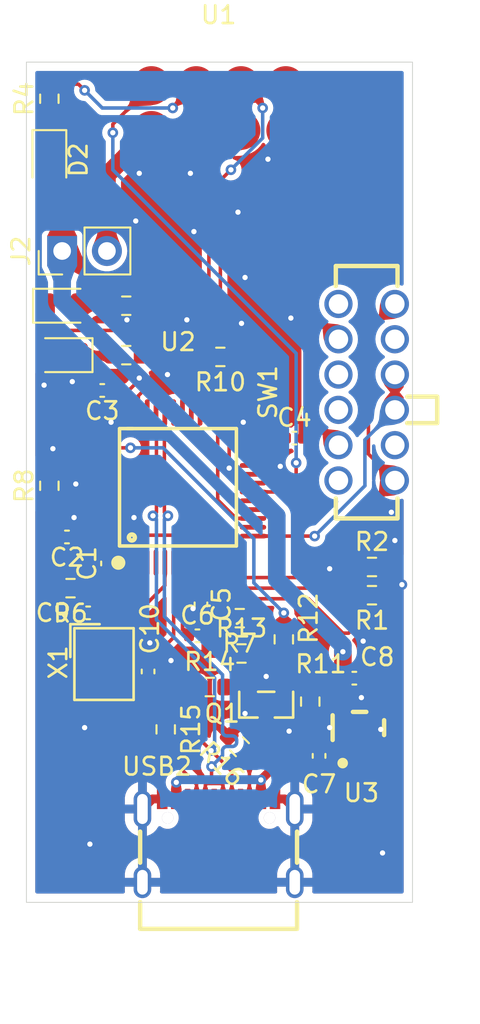
<source format=kicad_pcb>
(kicad_pcb (version 20240108) (generator "pcbnew") (generator_version "8.0")
  (layers (0 "F.Cu" signal) (31 "B.Cu" signal) (34 "B.Paste" user) (35 "F.Paste" user) (36 "B.SilkS" user "B.Silkscreen") (37 "F.SilkS" user "F.Silkscreen") (38 "B.Mask" user) (39 "F.Mask" user) (44 "Edge.Cuts" user))
  (net 0 "")
  (net 1 "GND")
  (net 2 "3V3")
  (net 3 "/RST")
  (net 4 "5V")
  (net 5 "XIN")
  (net 6 "XOT")
  (net 7 "Net-(D2-K)")
  (net 8 "LED")
  (net 9 "Net-(D3-A)")
  (net 10 "Net-(D4-K)")
  (net 11 "/DEBUG_SWDIO")
  (net 12 "/DEBUG_SWCLK")
  (net 13 "Net-(J2-Pin_2)")
  (net 14 "Net-(Q1-B)")
  (net 15 "Net-(Q1-E)")
  (net 16 "T_PWR_SWITCH")
  (net 17 "/DETECT")
  (net 18 "Net-(U2-PC13-TAMPER-RTC)")
  (net 19 "BOOT0")
  (net 20 "Net-(U2-PB12SPI2_NSSI2C2_SMBAUSART3_CKTIM1_BKIN)")
  (net 21 "T_SWDIO")
  (net 22 "RENUM")
  (net 23 "D+")
  (net 24 "Net-(USB2-CC1)")
  (net 25 "Net-(USB2-CC2)")
  (net 26 "RX")
  (net 31 "RXD")
  (net 32 "TXD")
  (net 34 "TX")
  (net 36 "T_SWCLK")
  (net 37 "/TRST")
  (net 40 "T_SWO")
  (net 49 "D-")
  (footprint "lib:USB-C-SMD_TYPE-C16PIN" (layer "F.Cu") (at 136.9 99.8)
    (property "Reference" "USB2" (at -3.5 -4.2 0) (layer "F.SilkS"))
    (property "Value" "TYPE-C16PIN")
    (pad "" thru_hole circle (at -2.89 -1.29) (size 0.65 0.65) (drill 0.65) (layers "*.Cu" "*.Mask"))
    (pad "" thru_hole circle (at 2.89 -1.29) (size 0.65 0.65) (drill 0.65) (layers "*.Cu" "*.Mask"))
    (pad "1" thru_hole oval (at -4.32 -1.79) (size 1 2.1) (drill oval 0.599999 1.700022) (layers "*.Cu" "*.Mask") (net 1 "GND"))
    (pad "2" thru_hole oval (at 4.32 -1.79) (size 1 2.1) (drill oval 0.599999 1.700022) (layers "*.Cu" "*.Mask") (net 1 "GND"))
    (pad "3" thru_hole oval (at -4.32 2.36) (size 1 1.8) (drill oval 0.599999 1.399997) (layers "*.Cu" "*.Mask") (net 1 "GND"))
    (pad "4" thru_hole oval (at 4.32 2.36) (size 1 1.8) (drill oval 0.599999 1.399997) (layers "*.Cu" "*.Mask") (net 1 "GND"))
    (pad "A1B12" smd rect (at -3.2 -2.36) (size 0.6 1.15) (layers "F.Cu" "F.Paste" "F.Mask") (net 1 "GND"))
    (pad "A4B9" smd rect (at -2.4 -2.36) (size 0.6 1.15) (layers "F.Cu" "F.Paste" "F.Mask") (net 4 "5V"))
    (pad "A5" smd rect (at -1.25 -2.36) (size 0.3 1.15) (layers "F.Cu" "F.Paste" "F.Mask") (net 24 "Net-(USB2-CC1)"))
    (pad "A6" smd rect (at -0.25 -2.36) (size 0.3 1.15) (layers "F.Cu" "F.Paste" "F.Mask") (net 23 "D+"))
    (pad "A7" smd rect (at 0.25 -2.36) (size 0.3 1.15) (layers "F.Cu" "F.Paste" "F.Mask") (net 49 "D-"))
    (pad "A8" smd rect (at 1.25 -2.36) (size 0.3 1.15) (layers "F.Cu" "F.Paste" "F.Mask"))
    (pad "B1A12" smd rect (at 3.2 -2.36) (size 0.6 1.15) (layers "F.Cu" "F.Paste" "F.Mask") (net 1 "GND"))
    (pad "B4A9" smd rect (at 2.4 -2.36) (size 0.6 1.15) (layers "F.Cu" "F.Paste" "F.Mask") (net 4 "5V"))
    (pad "B5" smd rect (at 1.75 -2.36) (size 0.3 1.15) (layers "F.Cu" "F.Paste" "F.Mask") (net 25 "Net-(USB2-CC2)"))
    (pad "B6" smd rect (at 0.75 -2.36) (size 0.3 1.15) (layers "F.Cu" "F.Paste" "F.Mask") (net 23 "D+"))
    (pad "B7" smd rect (at -0.75 -2.36) (size 0.3 1.15) (layers "F.Cu" "F.Paste" "F.Mask") (net 49 "D-"))
    (pad "B8" smd rect (at -1.75 -2.36) (size 0.3 1.15) (layers "F.Cu" "F.Paste" "F.Mask"))
  )
  (footprint "Resistor_SMD:R_0603_1608Metric" (layer "F.Cu") (at 145.6 84.3)
    (property "Reference" "R2" (at 0 -1.43 0) (layer "F.SilkS"))
    (property "Value" "4K7")
    (pad "1" smd roundrect (at -0.825 0) (size 0.8 0.95) (layers "F.Cu" "F.Paste" "F.Mask") (net 16 "T_PWR_SWITCH"))
    (pad "2" smd roundrect (at 0.825 0) (size 0.8 0.95) (layers "F.Cu" "F.Paste" "F.Mask") (net 1 "GND"))
  )
  (footprint "Connector_PinHeader_2.54mm:PinHeader_1x02_P2.54mm_Vertical" (layer "F.Cu") (at 128.025 66.4 90)
    (property "Reference" "J2" (at 0 -2.33 90) (layer "F.SilkS"))
    (property "Value" "Conn_01x02_Pin")
    (pad "1" thru_hole rect (at 0 0 90) (size 1.7 1.7) (drill 1) (layers "*.Cu" "*.Mask") (net 2 "3V3"))
    (pad "2" thru_hole oval (at 0 2.54 90) (size 1.7 1.7) (drill 1) (layers "*.Cu" "*.Mask") (net 13 "Net-(J2-Pin_2)"))
  )
  (footprint "lib:SOT-23-3_L2.9-W1.3-P1.90-LS2.4-BR" (layer "F.Cu") (at 139.6 92.1 90)
    (property "Reference" "Q1" (at -0.5 -2.5 180) (layer "F.SilkS"))
    (property "Value" "S9013 J3")
    (pad "1" smd rect (at 1 0.95 90) (size 1.25 0.7) (layers "F.Cu" "F.Paste" "F.Mask") (net 14 "Net-(Q1-B)"))
    (pad "2" smd rect (at 1 -0.95 90) (size 1.25 0.7) (layers "F.Cu" "F.Paste" "F.Mask") (net 15 "Net-(Q1-E)"))
    (pad "3" smd rect (at -1 0 90) (size 1.25 0.7) (layers "F.Cu" "F.Paste" "F.Mask") (net 2 "3V3"))
  )
  (footprint "Resistor_SMD:R_0603_1608Metric" (layer "F.Cu") (at 138.2 89.2)
    (property "Reference" "R13" (at 0 -1.43 360) (layer "F.SilkS"))
    (property "Value" "39K")
    (pad "1" smd roundrect (at -0.825 0) (size 0.8 0.95) (layers "F.Cu" "F.Paste" "F.Mask") (net 1 "GND"))
    (pad "2" smd roundrect (at 0.825 0) (size 0.8 0.95) (layers "F.Cu" "F.Paste" "F.Mask") (net 14 "Net-(Q1-B)"))
  )
  (footprint "lib:SOT-23-5_L2.9-W1.6-P0.95-LS2.8-BR" (layer "F.Cu") (at 144.9 93.4 -90)
    (property "Reference" "U3" (at 3.7 -0.1 180) (layer "F.SilkS"))
    (property "Value" "TPLP5907MFX-3.3")
    (pad "1" smd rect (at 1.1 0.95) (size 0.6 1) (layers "F.Cu" "F.Paste" "F.Mask") (net 4 "5V"))
    (pad "2" smd rect (at 1.099999 0) (size 0.6 1) (layers "F.Cu" "F.Paste" "F.Mask") (net 1 "GND"))
    (pad "3" smd rect (at 1.1 -0.95) (size 0.6 1) (layers "F.Cu" "F.Paste" "F.Mask") (net 4 "5V"))
    (pad "4" smd rect (at -1.1 -0.95) (size 0.6 1) (layers "F.Cu" "F.Paste" "F.Mask"))
    (pad "5" smd rect (at -1.1 0.95) (size 0.6 1) (layers "F.Cu" "F.Paste" "F.Mask") (net 2 "3V3"))
  )
  (footprint "Capacitor_SMD:C_0402_1005Metric" (layer "F.Cu") (at 129.5 86.9)
    (property "Reference" "C9" (at -2 0 0) (layer "F.SilkS"))
    (property "Value" "14pF")
    (pad "1" smd roundrect (at -0.48 0) (size 0.56 0.62) (layers "F.Cu" "F.Paste" "F.Mask") (net 1 "GND"))
    (pad "2" smd roundrect (at 0.48 0) (size 0.56 0.62) (layers "F.Cu" "F.Paste" "F.Mask") (net 5 "XIN"))
  )
  (footprint "Resistor_SMD:R_0603_1608Metric" (layer "F.Cu") (at 127.3 79.7 90)
    (property "Reference" "R8" (at 0 -1.43 90) (layer "F.SilkS"))
    (property "Value" "100K")
    (pad "1" smd roundrect (at -0.825 0 90) (size 0.8 0.95) (layers "F.Cu" "F.Paste" "F.Mask") (net 19 "BOOT0"))
    (pad "2" smd roundrect (at 0.825 0 90) (size 0.8 0.95) (layers "F.Cu" "F.Paste" "F.Mask") (net 1 "GND"))
  )
  (footprint "Capacitor_SMD:C_0402_1005Metric" (layer "F.Cu") (at 132.9 90.22 -90)
    (property "Reference" "C10" (at -2.42 -0.1 90) (layer "F.SilkS"))
    (property "Value" "14pF")
    (pad "1" smd roundrect (at -0.48 0 270) (size 0.56 0.62) (layers "F.Cu" "F.Paste" "F.Mask") (net 6 "XOT"))
    (pad "2" smd roundrect (at 0.48 0 270) (size 0.56 0.62) (layers "F.Cu" "F.Paste" "F.Mask") (net 1 "GND"))
  )
  (footprint "Resistor_SMD:R_0603_1608Metric" (layer "F.Cu") (at 140.6 88.4 -90)
    (property "Reference" "R12" (at -1.2 -1.4 90) (layer "F.SilkS"))
    (property "Value" "100")
    (pad "1" smd roundrect (at -0.825 0 270) (size 0.8 0.95) (layers "F.Cu" "F.Paste" "F.Mask") (net 22 "RENUM"))
    (pad "2" smd roundrect (at 0.825 0 270) (size 0.8 0.95) (layers "F.Cu" "F.Paste" "F.Mask") (net 14 "Net-(Q1-B)"))
  )
  (footprint "Capacitor_SMD:C_0402_1005Metric" (layer "F.Cu") (at 144.6 90.6)
    (property "Reference" "C8" (at 1.3 -1.2 0) (layer "F.SilkS"))
    (property "Value" "1uF")
    (pad "1" smd roundrect (at -0.48 0) (size 0.56 0.62) (layers "F.Cu" "F.Paste" "F.Mask") (net 2 "3V3"))
    (pad "2" smd roundrect (at 0.48 0) (size 0.56 0.62) (layers "F.Cu" "F.Paste" "F.Mask") (net 1 "GND"))
  )
  (footprint "Capacitor_SMD:C_0402_1005Metric" (layer "F.Cu") (at 130.6 84.1 90)
    (property "Reference" "C1" (at 0 -1.16 90) (layer "F.SilkS"))
    (property "Value" "100nF")
    (pad "1" smd roundrect (at -0.48 0 90) (size 0.56 0.62) (layers "F.Cu" "F.Paste" "F.Mask") (net 2 "3V3"))
    (pad "2" smd roundrect (at 0.48 0 90) (size 0.56 0.62) (layers "F.Cu" "F.Paste" "F.Mask") (net 1 "GND"))
  )
  (footprint "Resistor_SMD:R_0603_1608Metric" (layer "F.Cu") (at 128.5 85.5 180)
    (property "Reference" "R6" (at 0 -1.43 360) (layer "F.SilkS"))
    (property "Value" "10K")
    (pad "1" smd roundrect (at -0.825 0 180) (size 0.8 0.95) (layers "F.Cu" "F.Paste" "F.Mask") (net 18 "Net-(U2-PC13-TAMPER-RTC)"))
    (pad "2" smd roundrect (at 0.825 0 180) (size 0.8 0.95) (layers "F.Cu" "F.Paste" "F.Mask") (net 1 "GND"))
  )
  (footprint "lib:CRYSTAL-SMD_4P-L3.2-W2.5-BL" (layer "F.Cu") (at 130.4 89.8 -90)
    (property "Reference" "X1" (at -0.1 2.6 90) (layer "F.SilkS"))
    (property "Value" "TAXM8M4RDBCCT2T")
    (pad "1" smd rect (at -1.1 0.85 270) (size 1.4 1.2) (layers "F.Cu" "F.Paste" "F.Mask") (net 5 "XIN"))
    (pad "2" smd rect (at 1.1 0.85 270) (size 1.4 1.2) (layers "F.Cu" "F.Paste" "F.Mask") (net 1 "GND"))
    (pad "3" smd rect (at 1.1 -0.85 270) (size 1.4 1.2) (layers "F.Cu" "F.Paste" "F.Mask") (net 6 "XOT"))
    (pad "4" smd rect (at -1.1 -0.85 270) (size 1.4 1.2) (layers "F.Cu" "F.Paste" "F.Mask") (net 1 "GND"))
  )
  (footprint "Resistor_SMD:R_0603_1608Metric" (layer "F.Cu") (at 131.662497 72.3)
    (property "Reference" "R9" (hide yes))
    (property "Value" "220")
    (pad "1" smd roundrect (at -0.825 0) (size 0.8 0.95) (layers "F.Cu" "F.Paste" "F.Mask") (net 10 "Net-(D4-K)"))
    (pad "2" smd roundrect (at 0.825 0) (size 0.8 0.95) (layers "F.Cu" "F.Paste" "F.Mask") (net 1 "GND"))
  )
  (footprint "Resistor_SMD:R_0603_1608Metric" (layer "F.Cu") (at 136.4 91.1)
    (property "Reference" "R14" (at 0 -1.43 360) (layer "F.SilkS"))
    (property "Value" "1k5")
    (pad "1" smd roundrect (at -0.825 0) (size 0.8 0.95) (layers "F.Cu" "F.Paste" "F.Mask") (net 23 "D+"))
    (pad "2" smd roundrect (at 0.825 0) (size 0.8 0.95) (layers "F.Cu" "F.Paste" "F.Mask") (net 15 "Net-(Q1-E)"))
  )
  (footprint "Resistor_SMD:R_0603_1608Metric" (layer "F.Cu") (at 127.3 57.775 90)
    (property "Reference" "R4" (at 0 -1.43 90) (layer "F.SilkS"))
    (property "Value" "220")
    (pad "1" smd roundrect (at -0.825 0 90) (size 0.8 0.95) (layers "F.Cu" "F.Paste" "F.Mask") (net 7 "Net-(D2-K)"))
    (pad "2" smd roundrect (at 0.825 0 90) (size 0.8 0.95) (layers "F.Cu" "F.Paste" "F.Mask") (net 17 "/DETECT"))
  )
  (footprint "LED_SMD:LED_0805_2012Metric" (layer "F.Cu") (at 128.062499 72.3 180)
    (property "Reference" "D4" (hide yes))
    (property "Value" "LED")
    (pad "1" smd roundrect (at -0.937501 0 180) (size 0.975 1.4) (layers "F.Cu" "F.Paste" "F.Mask") (net 10 "Net-(D4-K)"))
    (pad "2" smd roundrect (at 0.937501 0 180) (size 0.975 1.4) (layers "F.Cu" "F.Paste" "F.Mask") (net 8 "LED"))
  )
  (footprint "Resistor_SMD:R_0603_1608Metric" (layer "F.Cu") (at 145.6 85.9 180)
    (property "Reference" "R1" (at 0 -1.43 360) (layer "F.SilkS"))
    (property "Value" "4K7")
    (pad "1" smd roundrect (at -0.825 0 180) (size 0.8 0.95) (layers "F.Cu" "F.Paste" "F.Mask") (net 2 "3V3"))
    (pad "2" smd roundrect (at 0.825 0 180) (size 0.8 0.95) (layers "F.Cu" "F.Paste" "F.Mask") (net 16 "T_PWR_SWITCH"))
  )
  (footprint "Capacitor_SMD:C_0402_1005Metric" (layer "F.Cu") (at 141.2 77)
    (property "Reference" "C4" (at 0 -1.16 0) (layer "F.SilkS"))
    (property "Value" "100nF")
    (pad "1" smd roundrect (at -0.48 0) (size 0.56 0.62) (layers "F.Cu" "F.Paste" "F.Mask") (net 2 "3V3"))
    (pad "2" smd roundrect (at 0.48 0) (size 0.56 0.62) (layers "F.Cu" "F.Paste" "F.Mask") (net 1 "GND"))
  )
  (footprint "Resistor_SMD:R_0603_1608Metric" (layer "F.Cu") (at 133.9 93.5 -90)
    (property "Reference" "R15" (at 0 -1.43 90) (layer "F.SilkS"))
    (property "Value" "5K1")
    (pad "1" smd roundrect (at -0.825 0 270) (size 0.8 0.95) (layers "F.Cu" "F.Paste" "F.Mask") (net 1 "GND"))
    (pad "2" smd roundrect (at 0.825 0 270) (size 0.8 0.95) (layers "F.Cu" "F.Paste" "F.Mask") (net 24 "Net-(USB2-CC1)"))
  )
  (footprint "Resistor_SMD:R_0603_1608Metric" (layer "F.Cu") (at 138.083363 94.483363 -45)
    (property "Reference" "R16" (at 0 1.399999 135) (layer "F.SilkS"))
    (property "Value" "5K1")
    (pad "1" smd roundrect (at -0.825 0 315) (size 0.8 0.95) (layers "F.Cu" "F.Paste" "F.Mask") (net 1 "GND"))
    (pad "2" smd roundrect (at 0.825 0 315) (size 0.8 0.95) (layers "F.Cu" "F.Paste" "F.Mask") (net 25 "Net-(USB2-CC2)"))
  )
  (footprint "Capacitor_SMD:C_0402_1005Metric" (layer "F.Cu") (at 130.3 74.3 180)
    (property "Reference" "C3" (at 0 -1.16 360) (layer "F.SilkS"))
    (property "Value" "100nF")
    (pad "1" smd roundrect (at -0.48 0 180) (size 0.56 0.62) (layers "F.Cu" "F.Paste" "F.Mask") (net 2 "3V3"))
    (pad "2" smd roundrect (at 0.48 0 180) (size 0.56 0.62) (layers "F.Cu" "F.Paste" "F.Mask") (net 1 "GND"))
  )
  (footprint "lib:CONN-SMD_8P-P2.54_YZ76615070R-08025-01" (layer "F.Cu") (at 136.9 58.3)
    (property "Reference" "U1" (at 0 -5.27 0) (layer "F.SilkS"))
    (property "Value" "YZ76615070R-08025-01")
    (pad "1" smd circle (at -3.81 -1.27) (size 2.2 2.2) (layers "F.Cu" "F.Paste" "F.Mask") (net 37 "/TRST"))
    (pad "2" smd circle (at -1.27 -1.27) (size 2.2 2.2) (layers "F.Cu" "F.Paste" "F.Mask") (net 17 "/DETECT"))
    (pad "3" smd circle (at 1.27 -1.27) (size 2.2 2.2) (layers "F.Cu" "F.Paste" "F.Mask") (net 36 "T_SWCLK"))
    (pad "4" smd circle (at 3.81 -1.27) (size 2.2 2.2) (layers "F.Cu" "F.Paste" "F.Mask") (net 31 "RXD"))
    (pad "5" smd circle (at 3.81 1.27) (size 2.2 2.2) (layers "F.Cu" "F.Paste" "F.Mask") (net 32 "TXD"))
    (pad "6" smd circle (at 1.27 1.27) (size 2.2 2.2) (layers "F.Cu" "F.Paste" "F.Mask") (net 21 "T_SWDIO"))
    (pad "7" smd circle (at -1.27 1.27) (size 2.2 2.2) (layers "F.Cu" "F.Paste" "F.Mask") (net 1 "GND"))
    (pad "8" smd circle (at -3.81 1.27) (size 2.2 2.2) (layers "F.Cu" "F.Paste" "F.Mask") (net 13 "Net-(J2-Pin_2)"))
  )
  (footprint "Resistor_SMD:R_0603_1608Metric" (layer "F.Cu") (at 138.1 87.2 180)
    (property "Reference" "R7" (at 0 -1.43 360) (layer "F.SilkS"))
    (property "Value" "100K")
    (pad "1" smd roundrect (at -0.825 0 180) (size 0.8 0.95) (layers "F.Cu" "F.Paste" "F.Mask") (net 2 "3V3"))
    (pad "2" smd roundrect (at 0.825 0 180) (size 0.8 0.95) (layers "F.Cu" "F.Paste" "F.Mask") (net 3 "/RST"))
  )
  (footprint "Capacitor_SMD:C_0402_1005Metric" (layer "F.Cu") (at 142.6 95 -90)
    (property "Reference" "C7" (at 1.6 0 180) (layer "F.SilkS"))
    (property "Value" "1uF")
    (pad "1" smd roundrect (at -0.48 0 270) (size 0.56 0.62) (layers "F.Cu" "F.Paste" "F.Mask") (net 4 "5V"))
    (pad "2" smd roundrect (at 0.48 0 270) (size 0.56 0.62) (layers "F.Cu" "F.Paste" "F.Mask") (net 1 "GND"))
  )
  (footprint "LED_SMD:LED_0805_2012Metric" (layer "F.Cu") (at 127.3 61.237501 -90)
    (property "Reference" "D2" (at 0 -1.65 90) (layer "F.SilkS"))
    (property "Value" "LED")
    (pad "1" smd roundrect (at -0.937501 0 270) (size 0.975 1.4) (layers "F.Cu" "F.Paste" "F.Mask") (net 7 "Net-(D2-K)"))
    (pad "2" smd roundrect (at 0.937501 0 270) (size 0.975 1.4) (layers "F.Cu" "F.Paste" "F.Mask") (net 2 "3V3"))
  )
  (footprint "Resistor_SMD:R_0603_1608Metric" (layer "F.Cu") (at 142.1 91.925 -90)
    (property "Reference" "R11" (at -2.125 -0.6 180) (layer "F.SilkS"))
    (property "Value" "10K")
    (pad "1" smd roundrect (at -0.825 0 270) (size 0.8 0.95) (layers "F.Cu" "F.Paste" "F.Mask") (net 14 "Net-(Q1-B)"))
    (pad "2" smd roundrect (at 0.825 0 270) (size 0.8 0.95) (layers "F.Cu" "F.Paste" "F.Mask") (net 4 "5V"))
  )
  (footprint "lib:LQFP-48_L7.0-W7.0-P0.50-LS9.0-BL" (layer "F.Cu") (at 134.6 79.8)
    (property "Reference" "U2" (at 0 -8.25 360) (layer "F.SilkS"))
    (property "Value" "STM32F103CBT6")
    (pad "1" smd oval (at -2.75 4.25) (size 0.27 1.5) (layers "F.Cu" "F.Paste" "F.Mask") (net 2 "3V3"))
    (pad "2" smd oval (at -2.25 4.25) (size 0.27 1.5) (layers "F.Cu" "F.Paste" "F.Mask") (net 18 "Net-(U2-PC13-TAMPER-RTC)"))
    (pad "3" smd oval (at -1.75 4.25) (size 0.27 1.5) (layers "F.Cu" "F.Paste" "F.Mask"))
    (pad "4" smd oval (at -1.25 4.25) (size 0.27 1.5) (layers "F.Cu" "F.Paste" "F.Mask"))
    (pad "5" smd oval (at -0.75 4.25) (size 0.27 1.5) (layers "F.Cu" "F.Paste" "F.Mask") (net 5 "XIN"))
    (pad "6" smd oval (at -0.25 4.25) (size 0.27 1.5) (layers "F.Cu" "F.Paste" "F.Mask") (net 6 "XOT"))
    (pad "7" smd oval (at 0.25 4.25) (size 0.27 1.5) (layers "F.Cu" "F.Paste" "F.Mask") (net 3 "/RST"))
    (pad "8" smd oval (at 0.75 4.25) (size 0.27 1.5) (layers "F.Cu" "F.Paste" "F.Mask") (net 1 "GND"))
    (pad "9" smd oval (at 1.25 4.25) (size 0.27 1.5) (layers "F.Cu" "F.Paste" "F.Mask") (net 2 "3V3"))
    (pad "10" smd oval (at 1.75 4.25) (size 0.27 1.5) (layers "F.Cu" "F.Paste" "F.Mask") (net 16 "T_PWR_SWITCH"))
    (pad "11" smd oval (at 2.25 4.25) (size 0.27 1.5) (layers "F.Cu" "F.Paste" "F.Mask"))
    (pad "12" smd oval (at 2.75 4.25) (size 0.27 1.5) (layers "F.Cu" "F.Paste" "F.Mask") (net 34 "TX"))
    (pad "13" smd oval (at 4.25 2.75) (size 1.5 0.27) (layers "F.Cu" "F.Paste" "F.Mask") (net 26 "RX"))
    (pad "14" smd oval (at 4.25 2.25) (size 1.5 0.27) (layers "F.Cu" "F.Paste" "F.Mask"))
    (pad "15" smd oval (at 4.25 1.75) (size 1.5 0.27) (layers "F.Cu" "F.Paste" "F.Mask") (net 36 "T_SWCLK"))
    (pad "16" smd oval (at 4.25 1.25) (size 1.5 0.27) (layers "F.Cu" "F.Paste" "F.Mask"))
    (pad "17" smd oval (at 4.25 0.75) (size 1.5 0.27) (layers "F.Cu" "F.Paste" "F.Mask"))
    (pad "18" smd oval (at 4.25 0.25) (size 1.5 0.27) (layers "F.Cu" "F.Paste" "F.Mask") (net 37 "/TRST"))
    (pad "19" smd oval (at 4.25 -0.25) (size 1.5 0.27) (layers "F.Cu" "F.Paste" "F.Mask"))
    (pad "20" smd oval (at 4.25 -0.75) (size 1.5 0.27) (layers "F.Cu" "F.Paste" "F.Mask"))
    (pad "21" smd oval (at 4.25 -1.25) (size 1.5 0.27) (layers "F.Cu" "F.Paste" "F.Mask"))
    (pad "22" smd oval (at 4.25 -1.75) (size 1.5 0.27) (layers "F.Cu" "F.Paste" "F.Mask"))
    (pad "23" smd oval (at 4.25 -2.25) (size 1.5 0.27) (layers "F.Cu" "F.Paste" "F.Mask") (net 1 "GND"))
    (pad "24" smd oval (at 4.25 -2.75) (size 1.5 0.27) (layers "F.Cu" "F.Paste" "F.Mask") (net 2 "3V3"))
    (pad "25" smd oval (at 2.75 -4.25) (size 0.27 1.5) (layers "F.Cu" "F.Paste" "F.Mask") (net 20 "Net-(U2-PB12SPI2_NSSI2C2_SMBAUSART3_CKTIM1_BKIN)"))
    (pad "26" smd oval (at 2.25 -4.25) (size 0.27 1.5) (layers "F.Cu" "F.Paste" "F.Mask") (net 36 "T_SWCLK"))
    (pad "27" smd oval (at 1.75 -4.25) (size 0.27 1.5) (layers "F.Cu" "F.Paste" "F.Mask") (net 21 "T_SWDIO"))
    (pad "28" smd oval (at 1.25 -4.25) (size 0.27 1.5) (layers "F.Cu" "F.Paste" "F.Mask"))
    (pad "29" smd oval (at 0.75 -4.25) (size 0.27 1.5) (layers "F.Cu" "F.Paste" "F.Mask"))
    (pad "30" smd oval (at 0.25 -4.25) (size 0.27 1.5) (layers "F.Cu" "F.Paste" "F.Mask") (net 8 "LED"))
    (pad "31" smd oval (at -0.25 -4.25) (size 0.27 1.5) (layers "F.Cu" "F.Paste" "F.Mask") (net 40 "T_SWO"))
    (pad "32" smd oval (at -0.75 -4.25) (size 0.27 1.5) (layers "F.Cu" "F.Paste" "F.Mask") (net 49 "D-"))
    (pad "33" smd oval (at -1.25 -4.25) (size 0.27 1.5) (layers "F.Cu" "F.Paste" "F.Mask") (net 23 "D+"))
    (pad "34" smd oval (at -1.75 -4.25) (size 0.27 1.5) (layers "F.Cu" "F.Paste" "F.Mask") (net 11 "/DEBUG_SWDIO"))
    (pad "35" smd oval (at -2.25 -4.25) (size 0.27 1.5) (layers "F.Cu" "F.Paste" "F.Mask") (net 1 "GND"))
    (pad "36" smd oval (at -2.75 -4.25) (size 0.27 1.5) (layers "F.Cu" "F.Paste" "F.Mask") (net 2 "3V3"))
    (pad "37" smd oval (at -4.25 -2.75) (size 1.5 0.27) (layers "F.Cu" "F.Paste" "F.Mask") (net 12 "/DEBUG_SWCLK"))
    (pad "38" smd oval (at -4.25 -2.25) (size 1.5 0.27) (layers "F.Cu" "F.Paste" "F.Mask") (net 22 "RENUM"))
    (pad "39" smd oval (at -4.25 -1.75) (size 1.5 0.27) (layers "F.Cu" "F.Paste" "F.Mask"))
    (pad "40" smd oval (at -4.25 -1.25) (size 1.5 0.27) (layers "F.Cu" "F.Paste" "F.Mask"))
    (pad "41" smd oval (at -4.25 -0.75) (size 1.5 0.27) (layers "F.Cu" "F.Paste" "F.Mask"))
    (pad "42" smd oval (at -4.25 -0.25) (size 1.5 0.27) (layers "F.Cu" "F.Paste" "F.Mask"))
    (pad "43" smd oval (at -4.25 0.25) (size 1.5 0.27) (layers "F.Cu" "F.Paste" "F.Mask"))
    (pad "44" smd oval (at -4.25 0.75) (size 1.5 0.27) (layers "F.Cu" "F.Paste" "F.Mask") (net 19 "BOOT0"))
    (pad "45" smd oval (at -4.25 1.25) (size 1.5 0.27) (layers "F.Cu" "F.Paste" "F.Mask"))
    (pad "46" smd oval (at -4.25 1.75) (size 1.5 0.27) (layers "F.Cu" "F.Paste" "F.Mask"))
    (pad "47" smd oval (at -4.25 2.25) (size 1.5 0.27) (layers "F.Cu" "F.Paste" "F.Mask") (net 1 "GND"))
    (pad "48" smd oval (at -4.25 2.75) (size 1.5 0.27) (layers "F.Cu" "F.Paste" "F.Mask") (net 2 "3V3"))
  )
  (footprint "LED_SMD:LED_0805_2012Metric" (layer "F.Cu") (at 128.062499 69.5)
    (property "Reference" "D3" (hide yes))
    (property "Value" "LED")
    (pad "1" smd roundrect (at -0.937501 0) (size 0.975 1.4) (layers "F.Cu" "F.Paste" "F.Mask") (net 8 "LED"))
    (pad "2" smd roundrect (at 0.937501 0) (size 0.975 1.4) (layers "F.Cu" "F.Paste" "F.Mask") (net 9 "Net-(D3-A)"))
  )
  (footprint "Resistor_SMD:R_0603_1608Metric" (layer "F.Cu") (at 137 72.4 180)
    (property "Reference" "R10" (at 0 -1.43 360) (layer "F.SilkS"))
    (property "Value" "100")
    (pad "1" smd roundrect (at -0.825 0 180) (size 0.8 0.95) (layers "F.Cu" "F.Paste" "F.Mask") (net 20 "Net-(U2-PB12SPI2_NSSI2C2_SMBAUSART3_CKTIM1_BKIN)"))
    (pad "2" smd roundrect (at 0.825 0 180) (size 0.8 0.95) (layers "F.Cu" "F.Paste" "F.Mask") (net 21 "T_SWDIO"))
  )
  (footprint "Capacitor_SMD:C_0402_1005Metric" (layer "F.Cu") (at 135.7 88.2)
    (property "Reference" "C6" (at 0 -1.16 0) (layer "F.SilkS"))
    (property "Value" "100nF")
    (pad "1" smd roundrect (at -0.48 0) (size 0.56 0.62) (layers "F.Cu" "F.Paste" "F.Mask") (net 3 "/RST"))
    (pad "2" smd roundrect (at 0.48 0) (size 0.56 0.62) (layers "F.Cu" "F.Paste" "F.Mask") (net 1 "GND"))
  )
  (footprint "Capacitor_SMD:C_0402_1005Metric" (layer "F.Cu") (at 128.3 82.6 180)
    (property "Reference" "C2" (at 0 -1.16 360) (layer "F.SilkS"))
    (property "Value" "100nF")
    (pad "1" smd roundrect (at -0.48 0 180) (size 0.56 0.62) (layers "F.Cu" "F.Paste" "F.Mask") (net 2 "3V3"))
    (pad "2" smd roundrect (at 0.48 0 180) (size 0.56 0.62) (layers "F.Cu" "F.Paste" "F.Mask") (net 1 "GND"))
  )
  (footprint "Resistor_SMD:R_0603_1608Metric" (layer "F.Cu") (at 131.662497 69.5 180)
    (property "Reference" "R5" (hide yes))
    (property "Value" "220")
    (pad "1" smd roundrect (at -0.825 0 180) (size 0.8 0.95) (layers "F.Cu" "F.Paste" "F.Mask") (net 2 "3V3"))
    (pad "2" smd roundrect (at 0.825 0 180) (size 0.8 0.95) (layers "F.Cu" "F.Paste" "F.Mask") (net 9 "Net-(D3-A)"))
  )
  (footprint "Capacitor_SMD:C_0402_1005Metric" (layer "F.Cu") (at 135.9 86.42 -90)
    (property "Reference" "C5" (at 0 -1.16 90) (layer "F.SilkS"))
    (property "Value" "100nF")
    (pad "1" smd roundrect (at -0.48 0 270) (size 0.56 0.62) (layers "F.Cu" "F.Paste" "F.Mask") (net 2 "3V3"))
    (pad "2" smd roundrect (at 0.48 0 270) (size 0.56 0.62) (layers "F.Cu" "F.Paste" "F.Mask") (net 1 "GND"))
  )
  (footprint "lib:SW-TH_K3-2268D-F1" (layer "F.Cu") (at 145.3 74.4 90)
    (property "Reference" "SW1" (at 0 -5.6 90) (layer "F.SilkS"))
    (property "Value" "K3-2268D-F1")
    (pad "1" thru_hole circle (at -5 -1.6 90) (size 1.6 1.6) (drill 1.100023) (layers "*.Cu" "*.Mask"))
    (pad "2" thru_hole circle (at -3 -1.6 90) (size 1.6 1.6) (drill 1.100023) (layers "*.Cu" "*.Mask") (net 32 "TXD"))
    (pad "3" thru_hole circle (at -1 -1.6 90) (size 1.6 1.6) (drill 1.100023) (layers "*.Cu" "*.Mask"))
    (pad "4" thru_hole circle (at 1 -1.6 90) (size 1.6 1.6) (drill 1.100023) (layers "*.Cu" "*.Mask"))
    (pad "5" thru_hole circle (at 3 -1.6 90) (size 1.6 1.6) (drill 1.100023) (layers "*.Cu" "*.Mask") (net 31 "RXD"))
    (pad "6" thru_hole circle (at 5 -1.6 90) (size 1.6 1.6) (drill 1.100023) (layers "*.Cu" "*.Mask"))
    (pad "7" thru_hole circle (at -5 1.6 90) (size 1.6 1.6) (drill 1.100023) (layers "*.Cu" "*.Mask") (net 34 "TX"))
    (pad "8" thru_hole circle (at -3 1.6 90) (size 1.6 1.6) (drill 1.100023) (layers "*.Cu" "*.Mask"))
    (pad "9" thru_hole circle (at -1 1.6 90) (size 1.6 1.6) (drill 1.100023) (layers "*.Cu" "*.Mask") (net 26 "RX"))
    (pad "10" thru_hole circle (at 1 1.6 90) (size 1.6 1.6) (drill 1.100023) (layers "*.Cu" "*.Mask") (net 26 "RX"))
    (pad "11" thru_hole circle (at 3 1.6 90) (size 1.6 1.6) (drill 1.100023) (layers "*.Cu" "*.Mask"))
    (pad "12" thru_hole circle (at 5 1.6 90) (size 1.6 1.6) (drill 1.100023) (layers "*.Cu" "*.Mask") (net 34 "TX"))
  )
  (gr_rect (start 126 55.7) (end 147.9 103.3) (stroke (width 0.05)) (fill none) (layer "Edge.Cuts"))
  (segment (start 129.45 82.05) (end 129.1 81.7) (width 0.2) (layer "F.Cu") (net 1))
  (segment (start 135.691797 86.9) (end 135.449999 86.658202) (width 0.2) (layer "F.Cu") (net 1))
  (segment (start 132.75 74.2) (end 132.9 74.2) (width 0.2) (layer "F.Cu") (net 1))
  (segment (start 135.29 85.11) (end 135.35 85.05) (width 0.2) (layer "F.Cu") (net 1))
  (segment (start 135.9 86.9) (end 135.691797 86.9) (width 0.2) (layer "F.Cu") (net 1))
  (segment (start 140.65 97.44) (end 141.22 98.01) (width 0.5) (layer "F.Cu") (net 1))
  (segment (start 135.29 86.498203) (end 135.29 85.11) (width 0.2) (layer "F.Cu") (net 1))
  (segment (start 140.1 97.44) (end 140.65 97.44) (width 0.5) (layer "F.Cu") (net 1))
  (segment (start 133.7 97.44) (end 133.15 97.44) (width 0.5) (layer "F.Cu") (net 1))
  (segment (start 132.35 75.55) (end 132.35 74.6) (width 0.2) (layer "F.Cu") (net 1))
  (segment (start 132.35 74.6) (end 132.75 74.2) (width 0.2) (layer "F.Cu") (net 1))
  (segment (start 135.35 85.05) (end 135.35 84.05) (width 0.2) (layer "F.Cu") (net 1))
  (segment (start 133.15 97.44) (end 132.58 98.01) (width 0.5) (layer "F.Cu") (net 1))
  (segment (start 135.35 84.05) (end 135.35 83.3) (width 0.2) (layer "F.Cu") (net 1))
  (segment (start 130.35 82.05) (end 129.45 82.05) (width 0.2) (layer "F.Cu") (net 1))
  (segment (start 135.449999 86.658202) (end 135.29 86.498203) (width 0.2) (layer "F.Cu") (net 1))
  (via (at 135.1 70.3) (size 0.6) (drill 0.3) (layers "F.Cu" "B.Cu") (net 1))
  (via (at 138.4 67.9) (size 0.6) (drill 0.3) (layers "F.Cu" "B.Cu") (net 1))
  (via (at 143.2 84.4) (size 0.6) (drill 0.3) (layers "F.Cu" "B.Cu") (net 1))
  (via (at 128.8 79.6) (size 0.6) (drill 0.3) (layers "F.Cu" "B.Cu") (net 1))
  (via (at 147.3 85.3) (size 0.6) (drill 0.3) (layers "F.Cu" "B.Cu") (net 1))
  (via (at 146.1 93.5) (size 0.6) (drill 0.3) (layers "F.Cu" "B.Cu") (net 1))
  (via (at 138.4 92.6) (size 0.6) (drill 0.3) (layers "F.Cu" "B.Cu") (net 1))
  (via (at 139.6 90.5) (size 0.6) (drill 0.3) (layers "F.Cu" "B.Cu") (net 1))
  (via (at 146.7 81.2) (size 0.6) (drill 0.3) (layers "F.Cu" "B.Cu") (net 1))
  (via (at 145 91.7) (size 0.6) (drill 0.3) (layers "F.Cu" "B.Cu") (net 1))
  (via (at 135.3 62) (size 0.6) (drill 0.3) (layers "F.Cu" "B.Cu") (net 1))
  (via (at 135.5 65.3) (size 0.6) (drill 0.3) (layers "F.Cu" "B.Cu") (net 1))
  (via (at 140.4 78.6) (size 0.6) (drill 0.3) (layers "F.Cu" "B.Cu") (net 1))
  (via (at 133 88.6) (size 0.6) (drill 0.3) (layers "F.Cu" "B.Cu") (net 1))
  (via (at 143.2 93.4) (size 0.6) (drill 0.3) (layers "F.Cu" "B.Cu") (net 1))
  (via (at 128.7 81.5) (size 0.6) (drill 0.3) (layers "F.Cu" "B.Cu") (net 1))
  (via (at 146.2 100.5) (size 0.6) (drill 0.3) (layers "F.Cu" "B.Cu") (net 1))
  (via (at 132.1 81.5) (size 0.6) (drill 0.3) (layers "F.Cu" "B.Cu") (net 1))
  (via (at 134 73.4) (size 0.6) (drill 0.3) (layers "F.Cu" "B.Cu") (net 1))
  (via (at 128.6 73.8) (size 0.6) (drill 0.3) (layers "F.Cu" "B.Cu") (net 1))
  (via (at 135.449999 86.658202) (size 0.6) (drill 0.3) (layers "F.Cu" "B.Cu") (net 1))
  (via (at 130.8 76.1) (size 0.6) (drill 0.3) (layers "F.Cu" "B.Cu") (net 1))
  (via (at 127.5 77.6) (size 0.6) (drill 0.3) (layers "F.Cu" "B.Cu") (net 1))
  (via (at 146.9 82.8) (size 0.6) (drill 0.3) (layers "F.Cu" "B.Cu") (net 1))
  (via (at 134.2 89.6) (size 0.6) (drill 0.3) (layers "F.Cu" "B.Cu") (net 1))
  (via (at 139.7 61.2) (size 0.6) (drill 0.3) (layers "F.Cu" "B.Cu") (net 1))
  (via (at 129.6 100) (size 0.6) (drill 0.3) (layers "F.Cu" "B.Cu") (net 1))
  (via (at 138.3 76.1) (size 0.6) (drill 0.3) (layers "F.Cu" "B.Cu") (net 1))
  (via (at 138 64.2) (size 0.6) (drill 0.3) (layers "F.Cu" "B.Cu") (net 1))
  (via (at 132.2 64.7) (size 0.6) (drill 0.3) (layers "F.Cu" "B.Cu") (net 1))
  (via (at 138.2 70.5) (size 0.6) (drill 0.3) (layers "F.Cu" "B.Cu") (net 1))
  (via (at 131.7 70.3) (size 0.6) (drill 0.3) (layers "F.Cu" "B.Cu") (net 1))
  (via (at 132.4 62) (size 0.6) (drill 0.3) (layers "F.Cu" "B.Cu") (net 1))
  (via (at 140.9 93.6) (size 0.6) (drill 0.3) (layers "F.Cu" "B.Cu") (net 1))
  (via (at 141 70.2) (size 0.6) (drill 0.3) (layers "F.Cu" "B.Cu") (net 1))
  (via (at 145.1 88.5) (size 0.6) (drill 0.3) (layers "F.Cu" "B.Cu") (net 1))
  (via (at 127 74) (size 0.6) (drill 0.3) (layers "F.Cu" "B.Cu") (net 1))
  (via (at 129.3 93.4) (size 0.6) (drill 0.3) (layers "F.Cu" "B.Cu") (net 1))
  (segment (start 138.9 86.1) (end 136.06 86.1) (width 0.2) (layer "F.Cu") (net 2))
  (segment (start 130.6 84.58) (end 130.6 85) (width 0.2) (layer "F.Cu") (net 2))
  (segment (start 131.85 75.55) (end 131.85 74.65) (width 0.2) (layer "F.Cu") (net 2))
  (segment (start 136.06 86.1) (end 135.9 85.94) (width 0.2) (layer "F.Cu") (net 2))
  (segment (start 143.95 92.3) (end 143.15 92.3) (width 0.2) (layer "F.Cu") (net 2))
  (segment (start 130.9 85.3) (end 131.4 85.3) (width 0.2) (layer "F.Cu") (net 2))
  (segment (start 131.5 74.3) (end 130.78 74.3) (width 0.2) (layer "F.Cu") (net 2))
  (segment (start 140.3125 93.1) (end 139.6 93.1) (width 0.2) (layer "F.Cu") (net 2))
  (segment (start 143.95 88.05) (end 142 86.1) (width 0.2) (layer "F.Cu") (net 2))
  (segment (start 132.487497 69.5) (end 131.187497 68.2) (width 0.5) (layer "F.Cu") (net 2))
  (segment (start 138.85 77.05) (end 137.9 77.05) (width 0.2) (layer "F.Cu") (net 2))
  (segment (start 143.95 89.1) (end 143.95 88.05) (width 0.2) (layer "F.Cu") (net 2))
  (segment (start 135.85 83.1) (end 135.25 82.5) (width 0.2) (layer "F.Cu") (net 2))
  (segment (start 130.6 85) (end 130.9 85.3) (width 0.2) (layer "F.Cu") (net 2))
  (segment (start 131.65 74.45) (end 132.4 73.7) (width 0.2) (layer "F.Cu") (net 2))
  (segment (start 130.35 82.55) (end 128.83 82.55) (width 0.2) (layer "F.Cu") (net 2))
  (segment (start 132.4 73.7) (end 132.4 73.6) (width 0.2) (layer "F.Cu") (net 2))
  (segment (start 135.85 84.05) (end 135.85 83.1) (width 0.2) (layer "F.Cu") (net 2))
  (segment (start 131.187497 68.2) (end 129.9 68.2) (width 0.5) (layer "F.Cu") (net 2))
  (segment (start 128.025 62.900002) (end 128.025 66.4) (width 1) (layer "F.Cu") (net 2))
  (segment (start 141.5125 91.9) (end 140.3125 93.1) (width 0.2) (layer "F.Cu") (net 2))
  (segment (start 144.275 88.05) (end 143.95 88.05) (width 0.2) (layer "F.Cu") (net 2))
  (segment (start 127.3 62.175002) (end 128.025 62.900002) (width 1) (layer "F.Cu") (net 2))
  (segment (start 131.65 74.45) (end 131.5 74.3) (width 0.2) (layer "F.Cu") (net 2))
  (segment (start 131.85 74.65) (end 131.65 74.45) (width 0.2) (layer "F.Cu") (net 2))
  (segment (start 142 86.1) (end 138.9 86.1) (width 0.2) (layer "F.Cu") (net 2))
  (segment (start 146.425 85.9) (end 144.275 88.05) (width 0.2) (layer "F.Cu") (net 2))
  (segment (start 143.15 92.3) (end 142.75 91.9) (width 0.2) (layer "F.Cu") (net 2))
  (segment (start 137.9 77.05) (end 137.5 77.45) (width 0.2) (layer "F.Cu") (net 2))
  (segment (start 129.9 68.2) (end 128.1 66.4) (width 0.5) (layer "F.Cu") (net 2))
  (segment (start 131.85 83.05) (end 131.6 82.8) (width 0.2) (layer "F.Cu") (net 2))
  (segment (start 138.925 86.125) (end 138.9 86.1) (width 0.2) (layer "F.Cu") (net 2))
  (segment (start 140.67 77.05) (end 140.72 77) (width 0.2) (layer "F.Cu") (net 2))
  (segment (start 131.35 82.55) (end 130.35 82.55) (width 0.2) (layer "F.Cu") (net 2))
  (segment (start 137.5 77.45) (end 137.5 78.7) (width 0.2) (layer "F.Cu") (net 2))
  (segment (start 131.85 84.85) (end 131.85 84.05) (width 0.2) (layer "F.Cu") (net 2))
  (segment (start 135.85 84.05) (end 135.85 85.89) (width 0.2) (layer "F.Cu") (net 2))
  (segment (start 138.925 87.2) (end 138.925 86.125) (width 0.2) (layer "F.Cu") (net 2))
  (segment (start 138.85 77.05) (end 140.67 77.05) (width 0.2) (layer "F.Cu") (net 2))
  (segment (start 131.9 82.5) (end 131.6 82.8) (width 0.2) (layer "F.Cu") (net 2))
  (segment (start 128.1 66.4) (end 128.025 66.4) (width 0.5) (layer "F.Cu") (net 2))
  (segment (start 131.4 85.3) (end 131.85 84.85) (width 0.2) (layer "F.Cu") (net 2))
  (segment (start 142.75 91.9) (end 141.5125 91.9) (width 0.2) (layer "F.Cu") (net 2))
  (segment (start 131.6 82.8) (end 131.35 82.55) (width 0.2) (layer "F.Cu") (net 2))
  (segment (start 135.25 82.5) (end 131.9 82.5) (width 0.2) (layer "F.Cu") (net 2))
  (segment (start 131.85 84.05) (end 131.85 83.05) (width 0.2) (layer "F.Cu") (net 2))
  (segment (start 128.83 82.55) (end 128.78 82.6) (width 0.2) (layer "F.Cu") (net 2))
  (segment (start 143.95 89.1) (end 143.95 92.3) (width 1) (layer "F.Cu") (net 2))
  (via (at 132.4 73.6) (size 0.6) (drill 0.3) (layers "F.Cu" "B.Cu") (net 2))
  (via (at 137.5 78.7) (size 0.6) (drill 0.3) (layers "F.Cu" "B.Cu") (net 2))
  (via (at 143.95 89.1) (size 0.6) (drill 0.3) (layers "F.Cu" "B.Cu") (net 2))
  (segment (start 132.4 73.6) (end 128.025 69.225) (width 1) (layer "B.Cu") (net 2))
  (segment (start 143.95 89.1) (end 143.95 88.75) (width 1) (layer "B.Cu") (net 2))
  (segment (start 140.2 81.4) (end 137.5 78.7) (width 1) (layer "B.Cu") (net 2))
  (segment (start 137.5 78.7) (end 132.4 73.6) (width 1) (layer "B.Cu") (net 2))
  (segment (start 143.95 88.75) (end 140.2 85) (width 1) (layer "B.Cu") (net 2))
  (segment (start 140.2 85) (end 140.2 81.4) (width 1) (layer "B.Cu") (net 2))
  (segment (start 128.025 69.225) (end 128.025 66.4) (width 1) (layer "B.Cu") (net 2))
  (segment (start 136.995 87.48) (end 135.94 87.48) (width 0.2) (layer "F.Cu") (net 3))
  (segment (start 135.94 87.48) (end 135.22 88.2) (width 0.2) (layer "F.Cu") (net 3))
  (segment (start 134.85 87.83) (end 134.85 84.05) (width 0.2) (layer "F.Cu") (net 3))
  (segment (start 137.275 87.2) (end 136.995 87.48) (width 0.2) (layer "F.Cu") (net 3))
  (segment (start 135.22 88.2) (end 134.85 87.83) (width 0.2) (layer "F.Cu") (net 3))
  (segment (start 143.95 95.55) (end 144.3 95.9) (width 0.5) (layer "F.Cu") (net 4))
  (segment (start 144.3 95.9) (end 145.4 95.9) (width 0.5) (layer "F.Cu") (net 4))
  (segment (start 142.1 92.75) (end 142.1 94.5) (width 0.5) (layer "F.Cu") (net 4))
  (segment (start 139.3 97.44) (end 139.3 96.365) (width 0.5) (layer "F.Cu") (net 4))
  (segment (start 134.5 96.5) (end 134.5 97.44) (width 0.5) (layer "F.Cu") (net 4))
  (segment (start 139.3 96.365) (end 141.165 94.5) (width 0.5) (layer "F.Cu") (net 4))
  (segment (start 145.85 95.45) (end 145.85 94.5) (width 0.5) (layer "F.Cu") (net 4))
  (segment (start 145.4 95.9) (end 145.85 95.45) (width 0.5) (layer "F.Cu") (net 4))
  (segment (start 141.165 94.5) (end 142.1 94.5) (width 0.5) (layer "F.Cu") (net 4))
  (segment (start 142.1 94.5) (end 143.95 94.5) (width 0.5) (layer "F.Cu") (net 4))
  (segment (start 143.95 94.5) (end 143.95 95.55) (width 0.5) (layer "F.Cu") (net 4))
  (via (at 134.5 96.5) (size 0.6) (drill 0.3) (layers "F.Cu" "B.Cu") (net 4))
  (via (at 139.3 96.365) (size 0.6) (drill 0.3) (layers "F.Cu" "B.Cu") (net 4))
  (segment (start 139.285 96.35) (end 139.3 96.365) (width 0.5) (layer "B.Cu") (net 4))
  (segment (start 134.65 96.35) (end 139.285 96.35) (width 0.5) (layer "B.Cu") (net 4))
  (segment (start 134.5 96.5) (end 134.65 96.35) (width 0.5) (layer "B.Cu") (net 4))
  (segment (start 129.98 86.9) (end 129.55 87.33) (width 0.2) (layer "F.Cu") (net 5))
  (segment (start 132.3 86.9) (end 129.98 86.9) (width 0.2) (layer "F.Cu") (net 5))
  (segment (start 133.85 85.35) (end 132.3 86.9) (width 0.2) (layer "F.Cu") (net 5))
  (segment (start 133.85 84.05) (end 133.85 85.35) (width 0.2) (layer "F.Cu") (net 5))
  (segment (start 129.55 87.33) (end 129.55 88.7) (width 0.2) (layer "F.Cu") (net 5))
  (segment (start 134.35 84.05) (end 134.35 88.29) (width 0.2) (layer "F.Cu") (net 6))
  (segment (start 134.35 88.29) (end 131.74 90.9) (width 0.2) (layer "F.Cu") (net 6))
  (segment (start 131.74 90.9) (end 131.25 90.9) (width 0.2) (layer "F.Cu") (net 6))
  (segment (start 127.3 58.6) (end 127.3 60.3) (width 0.2) (layer "F.Cu") (net 7))
  (segment (start 127.124997 70.9) (end 132.8 70.9) (width 0.2) (layer "F.Cu") (net 8))
  (segment (start 127.124997 69.5) (end 127.124997 70.9) (width 0.5) (layer "F.Cu") (net 8))
  (segment (start 132.8 70.9) (end 134.85 72.95) (width 0.2) (layer "F.Cu") (net 8))
  (segment (start 134.85 72.95) (end 134.85 75.55) (width 0.2) (layer "F.Cu") (net 8))
  (segment (start 127.124997 70.9) (end 127.124997 72.3) (width 0.5) (layer "F.Cu") (net 8))
  (segment (start 130.837498 69.5) (end 129 69.5) (width 0.5) (layer "F.Cu") (net 9))
  (segment (start 129 72.3) (end 130.837498 72.3) (width 0.5) (layer "F.Cu") (net 10))
  (segment (start 133.09 59.57) (end 130.565 62.095) (width 1) (layer "F.Cu") (net 13))
  (segment (start 130.565 62.095) (end 130.565 66.4) (width 1) (layer "F.Cu") (net 13))
  (segment (start 139.05 89.225) (end 140.6 89.225) (width 0.5) (layer "F.Cu") (net 14))
  (segment (start 139.025 89.2) (end 139.05 89.225) (width 0.5) (layer "F.Cu") (net 14))
  (segment (start 140.55 89.275) (end 140.6 89.225) (width 0.5) (layer "F.Cu") (net 14))
  (segment (start 142.1 91.1) (end 140.55 91.1) (width 0.5) (layer "F.Cu") (net 14))
  (segment (start 140.55 91.1) (end 140.55 89.275) (width 0.5) (layer "F.Cu") (net 14))
  (segment (start 138.65 91.1) (end 137.225 91.1) (width 0.5) (layer "F.Cu") (net 15))
  (segment (start 144.775 85.1) (end 144.775 85.9) (width 0.2) (layer "F.Cu") (net 16))
  (segment (start 136.85 85.5) (end 136.35 85) (width 0.2) (layer "F.Cu") (net 16))
  (segment (start 136.35 85) (end 136.35 84.05) (width 0.2) (layer "F.Cu") (net 16))
  (segment (start 142.2 85.5) (end 136.85 85.5) (width 0.2) (layer "F.Cu") (net 16))
  (segment (start 144.775 84.3) (end 144.775 85.1) (width 0.2) (layer "F.Cu") (net 16))
  (segment (start 144.775 85.1) (end 142.6 85.1) (width 0.2) (layer "F.Cu") (net 16))
  (segment (start 142.6 85.1) (end 142.2 85.5) (width 0.2) (layer "F.Cu") (net 16))
  (segment (start 135.63 57.03) (end 135.57 57.03) (width 0.2) (layer "F.Cu") (net 17))
  (segment (start 128.95 56.95) (end 127.3 56.95) (width 0.2) (layer "F.Cu") (net 17))
  (segment (start 135.57 57.03) (end 134.3 58.3) (width 0.2) (layer "F.Cu") (net 17))
  (segment (start 129.3 57.3) (end 128.95 56.95) (width 0.2) (layer "F.Cu") (net 17))
  (via (at 134.3 58.3) (size 0.6) (drill 0.3) (layers "F.Cu" "B.Cu") (net 17))
  (via (at 129.3 57.3) (size 0.6) (drill 0.3) (layers "F.Cu" "B.Cu") (net 17))
  (segment (start 134.3 58.3) (end 130.3 58.3) (width 0.2) (layer "B.Cu") (net 17))
  (segment (start 130.3 58.3) (end 129.3 57.3) (width 0.2) (layer "B.Cu") (net 17))
  (segment (start 129.325 85.5) (end 129.625 85.8) (width 0.2) (layer "F.Cu") (net 18))
  (segment (start 129.625 85.8) (end 131.9 85.8) (width 0.2) (layer "F.Cu") (net 18))
  (segment (start 131.9 85.8) (end 132.35 85.35) (width 0.2) (layer "F.Cu") (net 18))
  (segment (start 132.35 85.35) (end 132.35 84.05) (width 0.2) (layer "F.Cu") (net 18))
  (segment (start 127.325 80.55) (end 127.3 80.525) (width 0.2) (layer "F.Cu") (net 19))
  (segment (start 130.35 80.55) (end 127.325 80.55) (width 0.2) (layer "F.Cu") (net 19))
  (segment (start 137.35 74.15) (end 137.825 73.675) (width 0.2) (layer "F.Cu") (net 20))
  (segment (start 137.35 75.55) (end 137.35 74.15) (width 0.2) (layer "F.Cu") (net 20))
  (segment (start 137.825 73.675) (end 137.825 72.4) (width 0.2) (layer "F.Cu") (net 20))
  (segment (start 136.35 61.39) (end 138.17 59.57) (width 0.2) (layer "F.Cu") (net 21))
  (segment (start 136.35 75.55) (end 136.35 61.39) (width 0.2) (layer "F.Cu") (net 21))
  (segment (start 140.6 86.9) (end 140.6 87.575) (width 0.2) (layer "F.Cu") (net 22))
  (segment (start 131.9 77.55) (end 130.35 77.55) (width 0.2) (layer "F.Cu") (net 22))
  (via (at 140.6 86.9) (size 0.6) (drill 0.3) (layers "F.Cu" "B.Cu") (net 22))
  (via (at 131.9 77.55) (size 0.6) (drill 0.3) (layers "F.Cu" "B.Cu") (net 22))
  (segment (start 133.75 77.55) (end 131.9 77.55) (width 0.2) (layer "B.Cu") (net 22))
  (segment (start 138.9 85.2) (end 138.9 82.7) (width 0.2) (layer "B.Cu") (net 22))
  (segment (start 140.6 86.9) (end 138.9 85.2) (width 0.2) (layer "B.Cu") (net 22))
  (segment (start 138.9 82.7) (end 133.75 77.55) (width 0.2) (layer "B.Cu") (net 22))
  (segment (start 137.65 97.44) (end 137.65 98.265) (width 0.2) (layer "F.Cu") (net 23))
  (segment (start 133.374999 75.574999) (end 133.374999 81.200001) (width 0.2) (layer "F.Cu") (net 23))
  (segment (start 135.575 93.8) (end 135.575 91.1) (width 0.2) (layer "F.Cu") (net 23))
  (segment (start 133.35 75.55) (end 133.374999 75.574999) (width 0.2) (layer "F.Cu") (net 23))
  (segment (start 136.65 98.265) (end 136.65 97.44) (width 0.2) (layer "F.Cu") (net 23))
  (segment (start 136.475 94.7) (end 135.575 93.8) (width 0.2) (layer "F.Cu") (net 23))
  (segment (start 136.475 94.7) (end 137.65 95.875) (width 0.2) (layer "F.Cu") (net 23))
  (segment (start 137.6 98.315) (end 136.7 98.315) (width 0.2) (layer "F.Cu") (net 23))
  (segment (start 136.7 98.315) (end 136.65 98.265) (width 0.2) (layer "F.Cu") (net 23))
  (segment (start 137.65 95.875) (end 137.65 97.44) (width 0.2) (layer "F.Cu") (net 23))
  (segment (start 133.374999 81.200001) (end 133.175 81.4) (width 0.2) (layer "F.Cu") (net 23))
  (segment (start 137.65 98.265) (end 137.6 98.315) (width 0.2) (layer "F.Cu") (net 23))
  (via (at 136.475 94.7) (size 0.6) (drill 0.3) (layers "F.Cu" "B.Cu") (net 23))
  (via (at 133.175 81.4) (size 0.6) (drill 0.3) (layers "F.Cu" "B.Cu") (net 23))
  (segment (start 136.674999 90.593199) (end 136.674999 94.500001) (width 0.2) (layer "B.Cu") (net 23))
  (segment (start 133.374999 87.293199) (end 136.674999 90.593199) (width 0.2) (layer "B.Cu") (net 23))
  (segment (start 133.175 81.4) (end 133.374999 81.599999) (width 0.2) (layer "B.Cu") (net 23))
  (segment (start 136.674999 94.500001) (end 136.475 94.7) (width 0.2) (layer "B.Cu") (net 23))
  (segment (start 133.374999 81.599999) (end 133.374999 87.293199) (width 0.2) (layer "B.Cu") (net 23))
  (segment (start 135.65 97.44) (end 135.65 96.615) (width 0.2) (layer "F.Cu") (net 24))
  (segment (start 133.9 94.865) (end 133.9 94.325) (width 0.2) (layer "F.Cu") (net 24))
  (segment (start 135.65 96.615) (end 133.9 94.865) (width 0.2) (layer "F.Cu") (net 24))
  (segment (start 138.65 95.083452) (end 138.666726 95.066726) (width 0.2) (layer "F.Cu") (net 25))
  (segment (start 138.65 97.44) (end 138.65 95.083452) (width 0.2) (layer "F.Cu") (net 25))
  (segment (start 142.35 82.55) (end 138.85 82.55) (width 0.2) (layer "F.Cu") (net 26))
  (segment (start 146.9 73.4) (end 146.9 75.4) (width 0.2) (layer "F.Cu") (net 26))
  (via (at 142.35 82.55) (size 0.6) (drill 0.3) (layers "F.Cu" "B.Cu") (net 26))
  (segment (start 142.35 82.55) (end 145.2 79.7) (width 0.2) (layer "B.Cu") (net 26))
  (segment (start 145.2 77.1) (end 146.9 75.4) (width 0.2) (layer "B.Cu") (net 26))
  (segment (start 145.2 79.7) (end 145.2 77.1) (width 0.2) (layer "B.Cu") (net 26))
  (segment (start 140.71 57.03) (end 140.73 57.03) (width 0.2) (layer "F.Cu") (net 31))
  (segment (start 142.4 58.7) (end 142.4 70.1) (width 0.2) (layer "F.Cu") (net 31))
  (segment (start 142.4 70.1) (end 143.7 71.4) (width 0.2) (layer "F.Cu") (net 31))
  (segment (start 140.73 57.03) (end 142.4 58.7) (width 0.2) (layer "F.Cu") (net 31))
  (segment (start 142 75.7) (end 143.7 77.4) (width 0.2) (layer "F.Cu") (net 32))
  (segment (start 142 60.86) (end 142 75.7) (width 0.2) (layer "F.Cu") (net 32))
  (segment (start 140.71 59.57) (end 142 60.86) (width 0.2) (layer "F.Cu") (net 32))
  (segment (start 137.4 84.9) (end 137.35 84.85) (width 0.2) (layer "F.Cu") (net 34))
  (segment (start 137.35 84.85) (end 137.35 84.05) (width 0.2) (layer "F.Cu") (net 34))
  (segment (start 141.4 84.9) (end 137.4 84.9) (width 0.2) (layer "F.Cu") (net 34))
  (segment (start 145.4 70.9) (end 145.4 77.9) (width 0.2) (layer "F.Cu") (net 34))
  (segment (start 146.9 69.4) (end 145.4 70.9) (width 0.2) (layer "F.Cu") (net 34))
  (segment (start 146.9 79.4) (end 141.4 84.9) (width 0.2) (layer "F.Cu") (net 34))
  (segment (start 145.4 77.9) (end 146.9 79.4) (width 0.2) (layer "F.Cu") (net 34))
  (segment (start 137.9 81.55) (end 136.85 80.5) (width 0.2) (layer "F.Cu") (net 36))
  (segment (start 137 62.4) (end 137 73.934314) (width 0.2) (layer "F.Cu") (net 36))
  (segment (start 138.85 81.55) (end 137.9 81.55) (width 0.2) (layer "F.Cu") (net 36))
  (segment (start 136.85 74.084314) (end 136.85 75.55) (width 0.2) (layer "F.Cu") (net 36))
  (segment (start 139.4 58.26) (end 138.17 57.03) (width 0.2) (layer "F.Cu") (net 36))
  (segment (start 136.85 80.5) (end 136.85 75.55) (width 0.2) (layer "F.Cu") (net 36))
  (segment (start 137.6 61.8) (end 137 62.4) (width 0.2) (layer "F.Cu") (net 36))
  (segment (start 137 73.934314) (end 136.85 74.084314) (width 0.2) (layer "F.Cu") (net 36))
  (segment (start 139.4 58.3) (end 139.4 58.26) (width 0.2) (layer "F.Cu") (net 36))
  (via (at 137.6 61.8) (size 0.6) (drill 0.3) (layers "F.Cu" "B.Cu") (net 36))
  (via (at 139.4 58.3) (size 0.6) (drill 0.3) (layers "F.Cu" "B.Cu") (net 36))
  (segment (start 139.4 60) (end 139.4 58.3) (width 0.2) (layer "B.Cu") (net 36))
  (segment (start 137.6 61.8) (end 139.4 60) (width 0.2) (layer "B.Cu") (net 36))
  (segment (start 141.3 79.1) (end 140.35 80.05) (width 0.2) (layer "F.Cu") (net 37))
  (segment (start 130.9 59.7) (end 130.9 59.22) (width 0.2) (layer "F.Cu") (net 37))
  (segment (start 130.9 59.22) (end 133.09 57.03) (width 0.2) (layer "F.Cu") (net 37))
  (segment (start 141.3 78.4) (end 141.3 79.1) (width 0.2) (layer "F.Cu") (net 37))
  (segment (start 140.35 80.05) (end 138.85 80.05) (width 0.2) (layer "F.Cu") (net 37))
  (via (at 141.3 78.4) (size 0.6) (drill 0.3) (layers "F.Cu" "B.Cu") (net 37))
  (via (at 130.9 59.7) (size 0.6) (drill 0.3) (layers "F.Cu" "B.Cu") (net 37))
  (segment (start 130.9 59.7) (end 130.9 61.8) (width 0.2) (layer "B.Cu") (net 37))
  (segment (start 141.3 72.2) (end 141.3 78.4) (width 0.2) (layer "B.Cu") (net 37))
  (segment (start 130.9 61.8) (end 141.3 72.2) (width 0.2) (layer "B.Cu") (net 37))
  (segment (start 136.5 96.565) (end 136.235 96.565) (width 0.2) (layer "F.Cu") (net 49))
  (segment (start 133.85 75.55) (end 133.825001 75.574999) (width 0.2) (layer "F.Cu") (net 49))
  (segment (start 136.5 95.6) (end 136.5 96.565) (width 0.2) (layer "F.Cu") (net 49))
  (segment (start 136.15 96.65) (end 136.15 97.44) (width 0.2) (layer "F.Cu") (net 49))
  (segment (start 133.825001 75.574999) (end 133.825001 81.200001) (width 0.2) (layer "F.Cu") (net 49))
  (segment (start 136.235 96.565) (end 136.15 96.65) (width 0.2) (layer "F.Cu") (net 49))
  (segment (start 137.15 97.44) (end 137.15 96.665) (width 0.2) (layer "F.Cu") (net 49))
  (segment (start 133.825001 81.200001) (end 134.025 81.4) (width 0.2) (layer "F.Cu") (net 49))
  (segment (start 137.15 96.665) (end 137.05 96.565) (width 0.2) (layer "F.Cu") (net 49))
  (segment (start 137.05 96.565) (end 136.5 96.565) (width 0.2) (layer "F.Cu") (net 49))
  (via (at 136.5 95.6) (size 0.6) (drill 0.3) (layers "F.Cu" "B.Cu") (net 49))
  (via (at 134.025 81.4) (size 0.6) (drill 0.3) (layers "F.Cu" "B.Cu") (net 49))
  (segment (start 137.125001 93.507771) (end 137.125001 90.795349) (width 0.2) (layer "B.Cu") (net 49))
  (segment (start 133.825001 87.106801) (end 133.825001 81.599999) (width 0.2) (layer "B.Cu") (net 49))
  (segment (start 137.9239 94.227771) (end 137.9239 94.107771) (width 0.2) (layer "B.Cu") (net 49))
  (segment (start 137.365001 94.467771) (end 137.6839 94.467771) (width 0.2) (layer "B.Cu") (net 49))
  (segment (start 136.5 95.6) (end 137.125001 94.974999) (width 0.2) (layer "B.Cu") (net 49))
  (segment (start 137.125001 90.406801) (end 133.825001 87.106801) (width 0.2) (layer "B.Cu") (net 49))
  (segment (start 137.125001 93.627771) (end 137.125001 93.507771) (width 0.2) (layer "B.Cu") (net 49))
  (segment (start 133.825001 81.599999) (end 134.025 81.4) (width 0.2) (layer "B.Cu") (net 49))
  (segment (start 137.125001 94.974999) (end 137.125001 94.707771) (width 0.2) (layer "B.Cu") (net 49))
  (segment (start 137.6839 93.867771) (end 137.365001 93.867771) (width 0.2) (layer "B.Cu") (net 49))
  (segment (start 137.125001 90.795349) (end 137.125001 90.406801) (width 0.2) (layer "B.Cu") (net 49))
  (arc (start 137.125001 94.707771) (mid 137.195295 94.538065) (end 137.365001 94.467771) (width 0.2) (layer "B.Cu") (net 49))
  (arc (start 137.6839 94.467771) (mid 137.853606 94.397477) (end 137.9239 94.227771) (width 0.2) (layer "B.Cu") (net 49))
  (arc (start 137.365001 93.867771) (mid 137.195295 93.797477) (end 137.125001 93.627771) (width 0.2) (layer "B.Cu") (net 49))
  (arc (start 137.9239 94.107771) (mid 137.853606 93.938065) (end 137.6839 93.867771) (width 0.2) (layer "B.Cu") (net 49))
  (zone (net 1) (net_name "GND") (layers "F&B.Cu") (connect_pads (clearance 0.3)) (min_thickness 0.2) (fill yes (thermal_gap 0.5) (thermal_bridge_width 0.5))
    (polygon (pts (xy 124.9 54.1) (xy 149.2 54.2) (xy 150.2 109.6) (xy 124.5 110.2)))
  )
)
</source>
